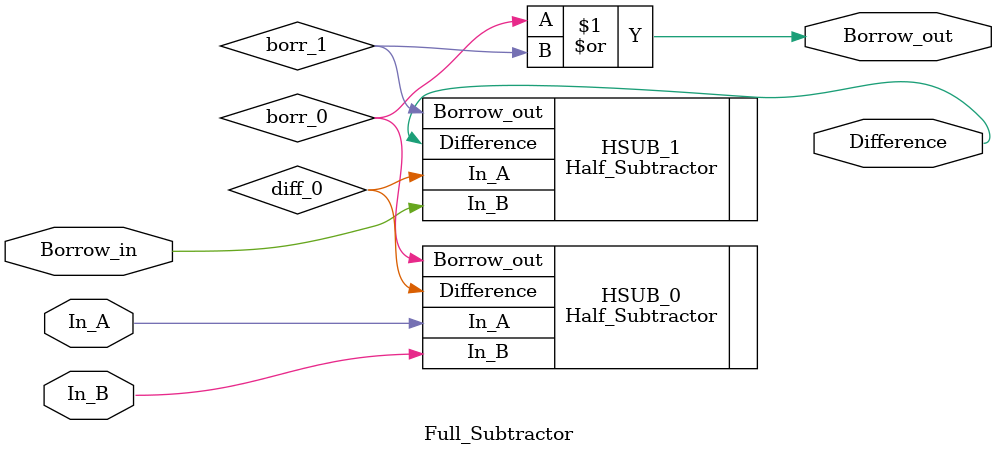
<source format=v>
`timescale 1ns / 1ps

module Full_Subtractor(
    In_A,
    In_B,
    Borrow_in,
    Difference,
    Borrow_out
);

input In_A;
input In_B;
input Borrow_in;
output Difference; 
output Borrow_out;

// implement full subtractor circuit, your code starts from here.
// use half subtractor in this module, fulfill I/O ports connection.

wire diff_0;
wire borr_0;

wire borr_1;

assign Borrow_out = borr_0 | borr_1;

Half_Subtractor HSUB_0 (
    .In_A(In_A), 
    .In_B(In_B), 
    .Difference(diff_0), 
    .Borrow_out(borr_0)
);

Half_Subtractor HSUB_1 (
    .In_A(diff_0),
    .In_B(Borrow_in), 
    .Difference(Difference), 
    .Borrow_out(borr_1)
);

endmodule
</source>
